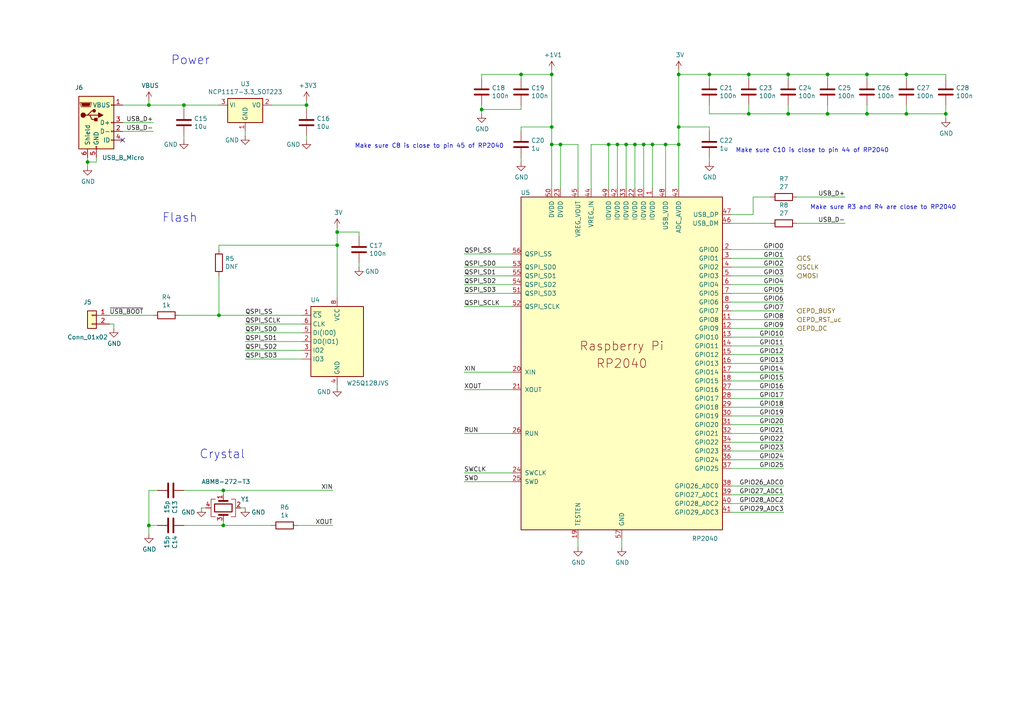
<source format=kicad_sch>
(kicad_sch (version 20231120) (generator "eeschema") (generator_version "8.0")
  (paper "A4")
  (lib_symbols
    (symbol "Connector:USB_B_Micro" (pin_names (offset 1.016))
      (property "Reference" "J" (at -5.08 11.43 0))
      (property "Value" "USB_B_Micro" (at -5.08 8.89 0))
      (symbol "USB_B_Micro_0_1"
        (rectangle (start -5.08 -7.62) (end 5.08 7.62) (stroke (width 0.254)) (fill (type background)))
        (circle (center -3.81 2.159) (radius 0.635) (stroke (width 0.254)) (fill (type outline)))
        (circle (center -0.635 3.429) (radius 0.381) (stroke (width 0.254)) (fill (type outline)))
        (rectangle (start -0.127 -7.62) (end 0.127 -6.858))
        (polyline (pts (xy -1.905 2.159) (xy 0.635 2.159)) (stroke (width 0.254)))
        (polyline (pts (xy -3.175 2.159) (xy -2.54 2.159) (xy -1.27 3.429) (xy -0.635 3.429)) (stroke (width 0.254)))
        (polyline (pts (xy -2.54 2.159) (xy -1.905 2.159) (xy -1.27 0.889) (xy 0 0.889)) (stroke (width 0.254)))
        (polyline (pts (xy 0.635 2.794) (xy 0.635 1.524) (xy 1.905 2.159) (xy 0.635 2.794)) (stroke (width 0.254)) (fill (type outline)))
        (polyline (pts (xy -4.318 5.588) (xy -1.778 5.588) (xy -2.032 4.826) (xy -4.064 4.826) (xy -4.318 5.588)) (fill (type outline)))
        (polyline (pts (xy -4.699 5.842) (xy -4.699 5.588) (xy -4.445 4.826) (xy -4.445 4.572) (xy -1.651 4.572) (xy -1.651 4.826) (xy -1.397 5.588) (xy -1.397 5.842) (xy -4.699 5.842)))
        (rectangle (start 0.254 1.27) (end -0.508 0.508) (stroke (width 0.254)) (fill (type outline)))
        (rectangle (start 5.08 -5.207) (end 4.318 -4.953))
        (rectangle (start 5.08 -2.667) (end 4.318 -2.413))
        (rectangle (start 5.08 -0.127) (end 4.318 0.127))
        (rectangle (start 5.08 4.953) (end 4.318 5.207))
      )
      (symbol "USB_B_Micro_1_1"
        (pin power_out line (at 7.62 5.08 180) (length 2.54) (name "VBUS") (number "1"))
        (pin bidirectional line (at 7.62 -2.54 180) (length 2.54) (name "D-") (number "2"))
        (pin bidirectional line (at 7.62 0 180) (length 2.54) (name "D+") (number "3"))
        (pin passive line (at 7.62 -5.08 180) (length 2.54) (name "ID") (number "4"))
        (pin power_out line (at 0 -10.16 90) (length 2.54) (name "GND") (number "5"))
        (pin passive line (at -2.54 -10.16 90) (length 2.54) (name "Shield") (number "6"))
      )
    )
    (symbol "Connector_Generic:Conn_01x02" (pin_names (offset 1.016) hide)
      (property "Reference" "J" (at 0 2.54 0))
      (property "Value" "Conn_01x02" (at 0 -5.08 0))
      (symbol "Conn_01x02_1_1"
        (rectangle (start -1.27 -2.413) (end 0 -2.667) (stroke (width 0.1524)))
        (rectangle (start -1.27 0.127) (end 0 -0.127) (stroke (width 0.1524)))
        (rectangle (start -1.27 1.27) (end 1.27 -3.81) (stroke (width 0.254)) (fill (type background)))
        (pin passive line (at -5.08 0 0) (length 3.81) (name "Pin_1") (number "1"))
        (pin passive line (at -5.08 -2.54 0) (length 3.81) (name "Pin_2") (number "2"))
      )
    )
    (symbol "Device:C" (pin_numbers hide) (pin_names (offset 0.254))
      (property "Reference" "C" (at 0.635 2.54 0))
      (property "Value" "C" (at 0.635 -2.54 0))
      (symbol "C_0_1"
        (polyline (pts (xy -2.032 -0.762) (xy 2.032 -0.762)) (stroke (width 0.508)))
        (polyline (pts (xy -2.032 0.762) (xy 2.032 0.762)) (stroke (width 0.508)))
      )
      (symbol "C_1_1"
        (pin passive line (at 0 3.81 270) (length 2.794) (name "~") (number "1"))
        (pin passive line (at 0 -3.81 90) (length 2.794) (name "~") (number "2"))
      )
    )
    (symbol "Device:Crystal_GND24" (pin_names (offset 1.016) hide)
      (property "Reference" "Y" (at 3.175 5.08 0))
      (property "Value" "Crystal_GND24" (at 3.175 3.175 0))
      (symbol "Crystal_GND24_0_1"
        (rectangle (start -1.143 2.54) (end 1.143 -2.54) (stroke (width 0.3048)))
        (polyline (pts (xy -2.54 0) (xy -2.032 0)))
        (polyline (pts (xy -2.032 -1.27) (xy -2.032 1.27)) (stroke (width 0.508)))
        (polyline (pts (xy 0 -3.81) (xy 0 -3.556)))
        (polyline (pts (xy 0 3.556) (xy 0 3.81)))
        (polyline (pts (xy 2.032 -1.27) (xy 2.032 1.27)) (stroke (width 0.508)))
        (polyline (pts (xy 2.032 0) (xy 2.54 0)))
        (polyline (pts (xy -2.54 -2.286) (xy -2.54 -3.556) (xy 2.54 -3.556) (xy 2.54 -2.286)))
        (polyline (pts (xy -2.54 2.286) (xy -2.54 3.556) (xy 2.54 3.556) (xy 2.54 2.286)))
      )
      (symbol "Crystal_GND24_1_1"
        (pin passive line (at -3.81 0 0) (length 1.27) (name "1") (number "1"))
        (pin passive line (at 0 5.08 270) (length 1.27) (name "2") (number "2"))
        (pin passive line (at 3.81 0 180) (length 1.27) (name "3") (number "3"))
        (pin passive line (at 0 -5.08 90) (length 1.27) (name "4") (number "4"))
      )
    )
    (symbol "Device:R" (pin_numbers hide) (pin_names (offset 0))
      (property "Reference" "R" (at 2.032 0 90))
      (property "Value" "R" (at 0 0 90))
      (symbol "R_0_1"
        (rectangle (start -1.016 -2.54) (end 1.016 2.54) (stroke (width 0.254)))
      )
      (symbol "R_1_1"
        (pin passive line (at 0 3.81 270) (length 1.27) (name "~") (number "1"))
        (pin passive line (at 0 -3.81 90) (length 1.27) (name "~") (number "2"))
      )
    )
    (symbol "MCU_RaspberryPi_RP2040:RP2040" (pin_names (offset 1.016))
      (property "Reference" "U" (at -29.21 49.53 0))
      (property "Value" "RP2040" (at 24.13 -49.53 0))
      (symbol "RP2040_0_0"
        (text "Raspberry Pi" (at 0 5.08 0) (effects (font (size 2.54 2.54))))
        (text "RP2040" (at 0 0 0) (effects (font (size 2.54 2.54))))
      )
      (symbol "RP2040_0_1"
        (rectangle (start 29.21 48.26) (end -29.21 -48.26) (stroke (width 0.254)) (fill (type background)))
      )
      (symbol "RP2040_1_1"
        (pin power_in line (at 8.89 50.8 270) (length 2.54) (name "IOVDD") (number "1"))
        (pin power_in line (at 6.35 50.8 270) (length 2.54) (name "IOVDD") (number "10"))
        (pin bidirectional line (at 31.75 12.7 180) (length 2.54) (name "GPIO8") (number "11"))
        (pin bidirectional line (at 31.75 10.16 180) (length 2.54) (name "GPIO9") (number "12"))
        (pin bidirectional line (at 31.75 7.62 180) (length 2.54) (name "GPIO10") (number "13"))
        (pin bidirectional line (at 31.75 5.08 180) (length 2.54) (name "GPIO11") (number "14"))
        (pin bidirectional line (at 31.75 2.54 180) (length 2.54) (name "GPIO12") (number "15"))
        (pin bidirectional line (at 31.75 0 180) (length 2.54) (name "GPIO13") (number "16"))
        (pin bidirectional line (at 31.75 -2.54 180) (length 2.54) (name "GPIO14") (number "17"))
        (pin bidirectional line (at 31.75 -5.08 180) (length 2.54) (name "GPIO15") (number "18"))
        (pin passive line (at -12.7 -50.8 90) (length 2.54) (name "TESTEN") (number "19"))
        (pin bidirectional line (at 31.75 33.02 180) (length 2.54) (name "GPIO0") (number "2"))
        (pin input line (at -31.75 -2.54 0) (length 2.54) (name "XIN") (number "20"))
        (pin passive line (at -31.75 -7.62 0) (length 2.54) (name "XOUT") (number "21"))
        (pin power_in line (at 3.81 50.8 270) (length 2.54) (name "IOVDD") (number "22"))
        (pin power_in line (at -17.78 50.8 270) (length 2.54) (name "DVDD") (number "23"))
        (pin output line (at -31.75 -31.75 0) (length 2.54) (name "SWCLK") (number "24"))
        (pin bidirectional line (at -31.75 -34.29 0) (length 2.54) (name "SWD") (number "25"))
        (pin input line (at -31.75 -20.32 0) (length 2.54) (name "RUN") (number "26"))
        (pin bidirectional line (at 31.75 -7.62 180) (length 2.54) (name "GPIO16") (number "27"))
        (pin bidirectional line (at 31.75 -10.16 180) (length 2.54) (name "GPIO17") (number "28"))
        (pin bidirectional line (at 31.75 -12.7 180) (length 2.54) (name "GPIO18") (number "29"))
        (pin bidirectional line (at 31.75 30.48 180) (length 2.54) (name "GPIO1") (number "3"))
        (pin bidirectional line (at 31.75 -15.24 180) (length 2.54) (name "GPIO19") (number "30"))
        (pin bidirectional line (at 31.75 -17.78 180) (length 2.54) (name "GPIO20") (number "31"))
        (pin bidirectional line (at 31.75 -20.32 180) (length 2.54) (name "GPIO21") (number "32"))
        (pin power_in line (at 1.27 50.8 270) (length 2.54) (name "IOVDD") (number "33"))
        (pin bidirectional line (at 31.75 -22.86 180) (length 2.54) (name "GPIO22") (number "34"))
        (pin bidirectional line (at 31.75 -25.4 180) (length 2.54) (name "GPIO23") (number "35"))
        (pin bidirectional line (at 31.75 -27.94 180) (length 2.54) (name "GPIO24") (number "36"))
        (pin bidirectional line (at 31.75 -30.48 180) (length 2.54) (name "GPIO25") (number "37"))
        (pin bidirectional line (at 31.75 -35.56 180) (length 2.54) (name "GPIO26_ADC0") (number "38"))
        (pin bidirectional line (at 31.75 -38.1 180) (length 2.54) (name "GPIO27_ADC1") (number "39"))
        (pin bidirectional line (at 31.75 27.94 180) (length 2.54) (name "GPIO2") (number "4"))
        (pin bidirectional line (at 31.75 -40.64 180) (length 2.54) (name "GPIO28_ADC2") (number "40"))
        (pin bidirectional line (at 31.75 -43.18 180) (length 2.54) (name "GPIO29_ADC3") (number "41"))
        (pin power_in line (at -1.27 50.8 270) (length 2.54) (name "IOVDD") (number "42"))
        (pin power_in line (at 16.51 50.8 270) (length 2.54) (name "ADC_AVDD") (number "43"))
        (pin power_in line (at -8.89 50.8 270) (length 2.54) (name "VREG_IN") (number "44"))
        (pin power_out line (at -12.7 50.8 270) (length 2.54) (name "VREG_VOUT") (number "45"))
        (pin bidirectional line (at 31.75 40.64 180) (length 2.54) (name "USB_DM") (number "46"))
        (pin bidirectional line (at 31.75 43.18 180) (length 2.54) (name "USB_DP") (number "47"))
        (pin power_in line (at 12.7 50.8 270) (length 2.54) (name "USB_VDD") (number "48"))
        (pin power_in line (at -3.81 50.8 270) (length 2.54) (name "IOVDD") (number "49"))
        (pin bidirectional line (at 31.75 25.4 180) (length 2.54) (name "GPIO3") (number "5"))
        (pin power_in line (at -20.32 50.8 270) (length 2.54) (name "DVDD") (number "50"))
        (pin bidirectional line (at -31.75 20.32 0) (length 2.54) (name "QSPI_SD3") (number "51"))
        (pin output line (at -31.75 16.51 0) (length 2.54) (name "QSPI_SCLK") (number "52"))
        (pin bidirectional line (at -31.75 27.94 0) (length 2.54) (name "QSPI_SD0") (number "53"))
        (pin bidirectional line (at -31.75 22.86 0) (length 2.54) (name "QSPI_SD2") (number "54"))
        (pin bidirectional line (at -31.75 25.4 0) (length 2.54) (name "QSPI_SD1") (number "55"))
        (pin bidirectional line (at -31.75 31.75 0) (length 2.54) (name "QSPI_SS") (number "56"))
        (pin power_in line (at 0 -50.8 90) (length 2.54) (name "GND") (number "57"))
        (pin bidirectional line (at 31.75 22.86 180) (length 2.54) (name "GPIO4") (number "6"))
        (pin bidirectional line (at 31.75 20.32 180) (length 2.54) (name "GPIO5") (number "7"))
        (pin bidirectional line (at 31.75 17.78 180) (length 2.54) (name "GPIO6") (number "8"))
        (pin bidirectional line (at 31.75 15.24 180) (length 2.54) (name "GPIO7") (number "9"))
      )
    )
    (symbol "Memory_Flash:W25Q128JVS"
      (property "Reference" "U" (at -8.89 8.89 0))
      (property "Value" "W25Q128JVS" (at 7.62 8.89 0))
      (symbol "W25Q128JVS_0_1"
        (rectangle (start -7.62 10.16) (end 7.62 -10.16) (stroke (width 0.254)) (fill (type background)))
      )
      (symbol "W25Q128JVS_1_1"
        (pin input line (at -10.16 7.62 0) (length 2.54) (name "~{CS}") (number "1"))
        (pin bidirectional line (at -10.16 0 0) (length 2.54) (name "DO(IO1)") (number "2"))
        (pin bidirectional line (at -10.16 -2.54 0) (length 2.54) (name "IO2") (number "3"))
        (pin power_in line (at 0 -12.7 90) (length 2.54) (name "GND") (number "4"))
        (pin bidirectional line (at -10.16 2.54 0) (length 2.54) (name "DI(IO0)") (number "5"))
        (pin input line (at -10.16 5.08 0) (length 2.54) (name "CLK") (number "6"))
        (pin bidirectional line (at -10.16 -5.08 0) (length 2.54) (name "IO3") (number "7"))
        (pin power_in line (at 0 12.7 270) (length 2.54) (name "VCC") (number "8"))
      )
    )
    (symbol "Regulator_Linear:NCP1117-3.3_SOT223"
      (property "Reference" "U" (at -3.81 3.175 0))
      (property "Value" "NCP1117-3.3_SOT223" (at 0 3.175 0))
      (symbol "NCP1117-3.3_SOT223_0_1"
        (rectangle (start -5.08 -5.08) (end 5.08 1.905) (stroke (width 0.254)) (fill (type background)))
      )
      (symbol "NCP1117-3.3_SOT223_1_1"
        (pin power_in line (at 0 -7.62 90) (length 2.54) (name "GND") (number "1"))
        (pin power_out line (at 7.62 0 180) (length 2.54) (name "VO") (number "2"))
        (pin power_in line (at -7.62 0 0) (length 2.54) (name "VI") (number "3"))
      )
    )
    (symbol "power:+1V1" (power) (pin_names (offset 0))
      (property "Value" "+1V1" (at 0 3.556 0))
      (symbol "+1V1_0_1"
        (polyline (pts (xy -0.762 1.27) (xy 0 2.54)))
        (polyline (pts (xy 0 0) (xy 0 2.54)))
        (polyline (pts (xy 0 2.54) (xy 0.762 1.27)))
      )
      (symbol "+1V1_1_1"
        (pin power_in line (at 0 0 90) (length 0) hide (name "+1V1") (number "1"))
      )
    )
    (symbol "power:+3V3" (power) (pin_names (offset 0))
      (property "Value" "+3V3" (at 0 3.556 0))
      (symbol "+3V3_0_1"
        (polyline (pts (xy -0.762 1.27) (xy 0 2.54)))
        (polyline (pts (xy 0 0) (xy 0 2.54)))
        (polyline (pts (xy 0 2.54) (xy 0.762 1.27)))
      )
      (symbol "+3V3_1_1"
        (pin power_in line (at 0 0 90) (length 0) hide (name "+3V3") (number "1"))
      )
    )
    (symbol "power:GND" (power) (pin_names (offset 0))
      (property "Value" "GND" (at 0 -3.81 0))
      (symbol "GND_0_1"
        (polyline (pts (xy 0 0) (xy 0 -1.27) (xy 1.27 -1.27) (xy 0 -2.54) (xy -1.27 -1.27) (xy 0 -1.27)))
      )
      (symbol "GND_1_1"
        (pin power_in line (at 0 0 270) (length 0) hide (name "GND") (number "1"))
      )
    )
    (symbol "power:VBUS" (power) (pin_names (offset 0))
      (property "Value" "VBUS" (at 0 3.81 0))
      (symbol "VBUS_0_1"
        (polyline (pts (xy -0.762 1.27) (xy 0 2.54)))
        (polyline (pts (xy 0 0) (xy 0 2.54)))
        (polyline (pts (xy 0 2.54) (xy 0.762 1.27)))
      )
      (symbol "VBUS_1_1"
        (pin power_in line (at 0 0 90) (length 0) hide (name "VBUS") (number "1"))
      )
    )
  )
  (junction (at 184.15 41.91))
  (junction (at 193.04 41.91))
  (junction (at 181.61 41.91))
  (junction (at 179.07 41.91))
  (junction (at 189.23 41.91))
  (junction (at 43.18 152.4))
  (junction (at 160.02 36.83))
  (junction (at 88.9 30.48))
  (junction (at 97.79 67.31))
  (junction (at 162.56 41.91))
  (junction (at 160.02 21.59))
  (junction (at 196.85 36.83))
  (junction (at 196.85 41.91))
  (junction (at 205.74 21.59))
  (junction (at 64.77 152.4))
  (junction (at 97.79 71.12))
  (junction (at 228.6 21.59))
  (junction (at 274.32 33.02))
  (junction (at 176.53 41.91))
  (junction (at 217.17 33.02))
  (junction (at 139.7 31.75))
  (junction (at 63.5 91.44))
  (junction (at 43.18 30.48))
  (junction (at 228.6 33.02))
  (junction (at 262.89 21.59))
  (junction (at 160.02 41.91))
  (junction (at 240.03 21.59))
  (junction (at 262.89 33.02))
  (junction (at 64.77 142.24))
  (junction (at 186.69 41.91))
  (junction (at 196.85 21.59))
  (junction (at 53.34 30.48))
  (junction (at 240.03 33.02))
  (junction (at 151.13 21.59))
  (junction (at 251.46 33.02))
  (junction (at 251.46 21.59))
  (junction (at 25.4 46.99))
  (junction (at 217.17 21.59))
  (no_connect (at 35.56 40.64))
  (wire (pts (xy 274.32 30.48) (xy 274.32 33.02)))
  (wire (pts (xy 212.09 105.41) (xy 227.33 105.41)))
  (wire (pts (xy 44.45 91.44) (xy 31.75 91.44)))
  (wire (pts (xy 205.74 38.1) (xy 205.74 36.83)))
  (wire (pts (xy 78.74 30.48) (xy 88.9 30.48)))
  (wire (pts (xy 151.13 22.86) (xy 151.13 21.59)))
  (wire (pts (xy 148.59 73.66) (xy 134.62 73.66)))
  (wire (pts (xy 186.69 41.91) (xy 189.23 41.91)))
  (wire (pts (xy 212.09 123.19) (xy 227.33 123.19)))
  (wire (pts (xy 134.62 80.01) (xy 148.59 80.01)))
  (wire (pts (xy 212.09 133.35) (xy 227.33 133.35)))
  (wire (pts (xy 139.7 30.48) (xy 139.7 31.75)))
  (wire (pts (xy 228.6 22.86) (xy 228.6 21.59)))
  (wire (pts (xy 205.74 21.59) (xy 217.17 21.59)))
  (wire (pts (xy 196.85 36.83) (xy 196.85 41.91)))
  (wire (pts (xy 63.5 80.01) (xy 63.5 91.44)))
  (wire (pts (xy 43.18 142.24) (xy 43.18 152.4)))
  (wire (pts (xy 212.09 77.47) (xy 227.33 77.47)))
  (wire (pts (xy 88.9 31.75) (xy 88.9 30.48)))
  (wire (pts (xy 97.79 71.12) (xy 97.79 86.36)))
  (wire (pts (xy 151.13 36.83) (xy 160.02 36.83)))
  (wire (pts (xy 212.09 146.05) (xy 227.33 146.05)))
  (wire (pts (xy 205.74 30.48) (xy 205.74 33.02)))
  (wire (pts (xy 27.94 45.72) (xy 27.94 46.99)))
  (wire (pts (xy 212.09 115.57) (xy 227.33 115.57)))
  (wire (pts (xy 63.5 91.44) (xy 87.63 91.44)))
  (wire (pts (xy 148.59 137.16) (xy 134.62 137.16)))
  (wire (pts (xy 212.09 100.33) (xy 227.33 100.33)))
  (wire (pts (xy 151.13 21.59) (xy 160.02 21.59)))
  (wire (pts (xy 186.69 54.61) (xy 186.69 41.91)))
  (wire (pts (xy 71.12 93.98) (xy 87.63 93.98)))
  (wire (pts (xy 184.15 41.91) (xy 186.69 41.91)))
  (wire (pts (xy 63.5 72.39) (xy 63.5 71.12)))
  (wire (pts (xy 262.89 33.02) (xy 251.46 33.02)))
  (wire (pts (xy 212.09 107.95) (xy 227.33 107.95)))
  (wire (pts (xy 179.07 54.61) (xy 179.07 41.91)))
  (wire (pts (xy 53.34 31.75) (xy 53.34 30.48)))
  (wire (pts (xy 212.09 113.03) (xy 227.33 113.03)))
  (wire (pts (xy 88.9 39.37) (xy 88.9 40.64)))
  (wire (pts (xy 35.56 35.56) (xy 44.45 35.56)))
  (wire (pts (xy 212.09 80.01) (xy 227.33 80.01)))
  (wire (pts (xy 97.79 66.04) (xy 97.79 67.31)))
  (wire (pts (xy 205.74 45.72) (xy 205.74 46.99)))
  (wire (pts (xy 63.5 71.12) (xy 97.79 71.12)))
  (wire (pts (xy 212.09 64.77) (xy 223.52 64.77)))
  (wire (pts (xy 212.09 120.65) (xy 227.33 120.65)))
  (wire (pts (xy 104.14 76.2) (xy 104.14 77.47)))
  (wire (pts (xy 212.09 92.71) (xy 227.33 92.71)))
  (wire (pts (xy 212.09 135.89) (xy 227.33 135.89)))
  (wire (pts (xy 64.77 151.13) (xy 64.77 152.4)))
  (wire (pts (xy 25.4 46.99) (xy 25.4 48.26)))
  (wire (pts (xy 218.44 57.15) (xy 218.44 62.23)))
  (wire (pts (xy 212.09 95.25) (xy 227.33 95.25)))
  (wire (pts (xy 251.46 30.48) (xy 251.46 33.02)))
  (wire (pts (xy 45.72 152.4) (xy 43.18 152.4)))
  (wire (pts (xy 196.85 21.59) (xy 205.74 21.59)))
  (wire (pts (xy 87.63 99.06) (xy 71.12 99.06)))
  (wire (pts (xy 64.77 143.51) (xy 64.77 142.24)))
  (wire (pts (xy 162.56 41.91) (xy 160.02 41.91)))
  (wire (pts (xy 217.17 21.59) (xy 228.6 21.59)))
  (wire (pts (xy 45.72 142.24) (xy 43.18 142.24)))
  (wire (pts (xy 171.45 54.61) (xy 171.45 41.91)))
  (wire (pts (xy 205.74 22.86) (xy 205.74 21.59)))
  (wire (pts (xy 218.44 57.15) (xy 223.52 57.15)))
  (wire (pts (xy 69.85 147.32) (xy 71.12 147.32)))
  (wire (pts (xy 88.9 30.48) (xy 88.9 29.21)))
  (wire (pts (xy 43.18 30.48) (xy 53.34 30.48)))
  (wire (pts (xy 231.14 64.77) (xy 245.11 64.77)))
  (wire (pts (xy 212.09 82.55) (xy 227.33 82.55)))
  (wire (pts (xy 64.77 152.4) (xy 78.74 152.4)))
  (wire (pts (xy 63.5 30.48) (xy 53.34 30.48)))
  (wire (pts (xy 262.89 21.59) (xy 274.32 21.59)))
  (wire (pts (xy 104.14 68.58) (xy 104.14 67.31)))
  (wire (pts (xy 212.09 128.27) (xy 227.33 128.27)))
  (wire (pts (xy 212.09 72.39) (xy 227.33 72.39)))
  (wire (pts (xy 27.94 46.99) (xy 25.4 46.99)))
  (wire (pts (xy 231.14 57.15) (xy 245.11 57.15)))
  (wire (pts (xy 212.09 140.97) (xy 227.33 140.97)))
  (wire (pts (xy 176.53 41.91) (xy 179.07 41.91)))
  (wire (pts (xy 160.02 21.59) (xy 160.02 36.83)))
  (wire (pts (xy 196.85 21.59) (xy 196.85 36.83)))
  (wire (pts (xy 228.6 33.02) (xy 217.17 33.02)))
  (wire (pts (xy 217.17 33.02) (xy 205.74 33.02)))
  (wire (pts (xy 139.7 31.75) (xy 139.7 33.02)))
  (wire (pts (xy 148.59 113.03) (xy 134.62 113.03)))
  (wire (pts (xy 212.09 97.79) (xy 227.33 97.79)))
  (wire (pts (xy 53.34 142.24) (xy 64.77 142.24)))
  (wire (pts (xy 212.09 110.49) (xy 227.33 110.49)))
  (wire (pts (xy 86.36 152.4) (xy 96.52 152.4)))
  (wire (pts (xy 240.03 33.02) (xy 228.6 33.02)))
  (wire (pts (xy 160.02 36.83) (xy 160.02 41.91)))
  (wire (pts (xy 43.18 152.4) (xy 43.18 154.94)))
  (wire (pts (xy 212.09 90.17) (xy 227.33 90.17)))
  (wire (pts (xy 181.61 54.61) (xy 181.61 41.91)))
  (wire (pts (xy 134.62 82.55) (xy 148.59 82.55)))
  (wire (pts (xy 212.09 148.59) (xy 227.33 148.59)))
  (wire (pts (xy 180.34 156.21) (xy 180.34 158.75)))
  (wire (pts (xy 139.7 22.86) (xy 139.7 21.59)))
  (wire (pts (xy 274.32 33.02) (xy 274.32 34.29)))
  (wire (pts (xy 212.09 102.87) (xy 227.33 102.87)))
  (wire (pts (xy 151.13 38.1) (xy 151.13 36.83)))
  (wire (pts (xy 148.59 88.9) (xy 134.62 88.9)))
  (wire (pts (xy 148.59 139.7) (xy 134.62 139.7)))
  (wire (pts (xy 212.09 85.09) (xy 227.33 85.09)))
  (wire (pts (xy 139.7 31.75) (xy 151.13 31.75)))
  (wire (pts (xy 134.62 77.47) (xy 148.59 77.47)))
  (wire (pts (xy 212.09 74.93) (xy 227.33 74.93)))
  (wire (pts (xy 87.63 101.6) (xy 71.12 101.6)))
  (wire (pts (xy 240.03 30.48) (xy 240.03 33.02)))
  (wire (pts (xy 134.62 107.95) (xy 148.59 107.95)))
  (wire (pts (xy 151.13 45.72) (xy 151.13 46.99)))
  (wire (pts (xy 53.34 152.4) (xy 64.77 152.4)))
  (wire (pts (xy 148.59 125.73) (xy 134.62 125.73)))
  (wire (pts (xy 196.85 36.83) (xy 205.74 36.83)))
  (wire (pts (xy 196.85 41.91) (xy 196.85 54.61)))
  (wire (pts (xy 71.12 38.1) (xy 71.12 39.37)))
  (wire (pts (xy 212.09 143.51) (xy 227.33 143.51)))
  (wire (pts (xy 33.02 93.98) (xy 33.02 95.25)))
  (wire (pts (xy 160.02 20.32) (xy 160.02 21.59)))
  (wire (pts (xy 217.17 22.86) (xy 217.17 21.59)))
  (wire (pts (xy 251.46 21.59) (xy 262.89 21.59)))
  (wire (pts (xy 35.56 30.48) (xy 43.18 30.48)))
  (wire (pts (xy 212.09 87.63) (xy 227.33 87.63)))
  (wire (pts (xy 212.09 125.73) (xy 227.33 125.73)))
  (wire (pts (xy 43.18 29.21) (xy 43.18 30.48)))
  (wire (pts (xy 64.77 142.24) (xy 96.52 142.24)))
  (wire (pts (xy 274.32 22.86) (xy 274.32 21.59)))
  (wire (pts (xy 228.6 21.59) (xy 240.03 21.59)))
  (wire (pts (xy 181.61 41.91) (xy 184.15 41.91)))
  (wire (pts (xy 193.04 41.91) (xy 196.85 41.91)))
  (wire (pts (xy 251.46 22.86) (xy 251.46 21.59)))
  (wire (pts (xy 189.23 41.91) (xy 193.04 41.91)))
  (wire (pts (xy 52.07 91.44) (xy 63.5 91.44)))
  (wire (pts (xy 212.09 130.81) (xy 227.33 130.81)))
  (wire (pts (xy 171.45 41.91) (xy 176.53 41.91)))
  (wire (pts (xy 97.79 112.395) (xy 97.79 111.76)))
  (wire (pts (xy 25.4 45.72) (xy 25.4 46.99)))
  (wire (pts (xy 240.03 22.86) (xy 240.03 21.59)))
  (wire (pts (xy 262.89 22.86) (xy 262.89 21.59)))
  (wire (pts (xy 87.63 96.52) (xy 71.12 96.52)))
  (wire (pts (xy 151.13 31.75) (xy 151.13 30.48)))
  (wire (pts (xy 179.07 41.91) (xy 181.61 41.91)))
  (wire (pts (xy 212.09 118.11) (xy 227.33 118.11)))
  (wire (pts (xy 228.6 30.48) (xy 228.6 33.02)))
  (wire (pts (xy 35.56 38.1) (xy 44.45 38.1)))
  (wire (pts (xy 139.7 21.59) (xy 151.13 21.59)))
  (wire (pts (xy 97.79 67.31) (xy 97.79 71.12)))
  (wire (pts (xy 160.02 41.91) (xy 160.02 54.61)))
  (wire (pts (xy 134.62 85.09) (xy 148.59 85.09)))
  (wire (pts (xy 167.64 54.61) (xy 167.64 41.91)))
  (wire (pts (xy 58.42 147.32) (xy 59.69 147.32)))
  (wire (pts (xy 240.03 21.59) (xy 251.46 21.59)))
  (wire (pts (xy 87.63 104.14) (xy 71.12 104.14)))
  (wire (pts (xy 162.56 54.61) (xy 162.56 41.91)))
  (wire (pts (xy 217.17 30.48) (xy 217.17 33.02)))
  (wire (pts (xy 176.53 54.61) (xy 176.53 41.91)))
  (wire (pts (xy 167.64 156.21) (xy 167.64 158.75)))
  (wire (pts (xy 53.34 39.37) (xy 53.34 40.64)))
  (wire (pts (xy 262.89 33.02) (xy 274.32 33.02)))
  (wire (pts (xy 212.09 62.23) (xy 218.44 62.23)))
  (wire (pts (xy 251.46 33.02) (xy 240.03 33.02)))
  (wire (pts (xy 104.14 67.31) (xy 97.79 67.31)))
  (wire (pts (xy 196.85 20.32) (xy 196.85 21.59)))
  (wire (pts (xy 31.75 93.98) (xy 33.02 93.98)))
  (wire (pts (xy 262.89 30.48) (xy 262.89 33.02)))
  (wire (pts (xy 193.04 54.61) (xy 193.04 41.91)))
  (wire (pts (xy 184.15 54.61) (xy 184.15 41.91)))
  (wire (pts (xy 189.23 41.91) (xy 189.23 54.61)))
  (wire (pts (xy 167.64 41.91) (xy 162.56 41.91)))
  (text "Make sure R3 and R4 are close to RP2040" (at 234.95 60.96 0) (effects (font (size 1.27 1.27)) (justify left bottom)))
  (text "Power" (at 49.53 19.05 0) (effects (font (size 2.54 2.54)) (justify left bottom)))
  (text "Crystal" (at 57.785 133.35 0) (effects (font (size 2.54 2.54)) (justify left bottom)))
  (text "Make sure C10 is close to pin 44 of RP2040" (at 213.36 44.45 0) (effects (font (size 1.27 1.27)) (justify left bottom)))
  (text "Flash" (at 46.99 64.77 0) (effects (font (size 2.54 2.54)) (justify left bottom)))
  (text "Make sure C8 is close to pin 45 of RP2040" (at 102.87 43.18 0) (effects (font (size 1.27 1.27)) (justify left bottom)))
  (label "USB_D+" (at 245.11 57.15 180))
  (label "GPIO2" (at 227.33 77.47 180))
  (label "GPIO13" (at 227.33 105.41 180))
  (label "GPIO20" (at 227.33 123.19 180))
  (label "QSPI_SD3" (at 71.12 104.14 0))
  (label "GPIO5" (at 227.33 85.09 180))
  (label "GPIO0" (at 227.33 72.39 180))
  (label "USB_D-" (at 245.11 64.77 180))
  (label "QSPI_SS" (at 71.12 91.44 0))
  (label "SWD" (at 134.62 139.7 0))
  (label "QSPI_SD3" (at 134.62 85.09 0))
  (label "~{USB_BOOT}" (at 31.75 91.44 0))
  (label "GPIO6" (at 227.33 87.63 180))
  (label "GPIO1" (at 227.33 74.93 180))
  (label "GPIO23" (at 227.33 130.81 180))
  (label "GPIO4" (at 227.33 82.55 180))
  (label "SWCLK" (at 134.62 137.16 0))
  (label "XIN" (at 96.52 142.24 180))
  (label "GPIO21" (at 227.33 125.73 180))
  (label "XIN" (at 134.62 107.95 0))
  (label "RUN" (at 134.62 125.73 0))
  (label "GPIO26_ADC0" (at 227.33 140.97 180))
  (label "GPIO24" (at 227.33 133.35 180))
  (label "GPIO7" (at 227.33 90.17 180))
  (label "QSPI_SD2" (at 134.62 82.55 0))
  (label "QSPI_SD2" (at 71.12 101.6 0))
  (label "XOUT" (at 96.52 152.4 180))
  (label "XOUT" (at 134.62 113.03 0))
  (label "GPIO18" (at 227.33 118.11 180))
  (label "GPIO29_ADC3" (at 227.33 148.59 180))
  (label "GPIO14" (at 227.33 107.95 180))
  (label "GPIO8" (at 227.33 92.71 180))
  (label "GPIO17" (at 227.33 115.57 180))
  (label "GPIO25" (at 227.33 135.89 180))
  (label "GPIO16" (at 227.33 113.03 180))
  (label "QSPI_SD1" (at 134.62 80.01 0))
  (label "GPIO3" (at 227.33 80.01 180))
  (label "GPIO27_ADC1" (at 227.33 143.51 180))
  (label "GPIO15" (at 227.33 110.49 180))
  (label "GPIO28_ADC2" (at 227.33 146.05 180))
  (label "GPIO10" (at 227.33 97.79 180))
  (label "QSPI_SD1" (at 71.12 99.06 0))
  (label "QSPI_SD0" (at 134.62 77.47 0))
  (label "GPIO19" (at 227.33 120.65 180))
  (label "QSPI_SCLK" (at 71.12 93.98 0))
  (label "GPIO11" (at 227.33 100.33 180))
  (label "QSPI_SD0" (at 71.12 96.52 0))
  (label "GPIO22" (at 227.33 128.27 180))
  (label "GPIO9" (at 227.33 95.25 180))
  (label "QSPI_SS" (at 134.62 73.66 0))
  (label "USB_D-" (at 44.45 38.1 180))
  (label "QSPI_SCLK" (at 134.62 88.9 0))
  (label "USB_D+" (at 44.45 35.56 180))
  (label "GPIO12" (at 227.33 102.87 180))
  (hierarchical_label "EPD_DC" (shape input) (at 231.14 95.25 0))
  (hierarchical_label "EPD_RST_uc" (shape input) (at 231.14 92.71 0))
  (hierarchical_label "EPD_BUSY" (shape input) (at 231.14 90.17 0))
  (hierarchical_label "CS" (shape input) (at 231.14 74.93 0))
  (hierarchical_label "SCLK" (shape input) (at 231.14 77.47 0))
  (hierarchical_label "MOSI" (shape input) (at 231.14 80.01 0))
  (symbol (lib_id "power:GND") (at 97.79 112.395 0) (unit 1)
    (property "Reference" "#PWR019" (effects (hide yes)))
    (property "Value" "GND" (at 93.98 113.665 0))
    (instances (project "KeyChain" (path "" (reference "#PWR019") (unit 1)) (path "" (reference "#PWR043") (unit 1))))
  )
  (symbol (lib_id "Device:C") (at 53.34 35.56 0) (unit 1)
    (property "Reference" "C15" (at 56.261 34.3916 0) (effects (justify left)))
    (property "Value" "10u" (at 56.261 36.703 0) (effects (justify left)))
    (property "Footprint" "Capacitor_SMD:C_0805_2012Metric" (effects (hide yes)))
    (instances (project "KeyChain" (path "" (reference "C15") (unit 1)) (path "" (reference "C31") (unit 1))))
  )
  (symbol (lib_id "Device:C") (at 262.89 26.67 0) (unit 1)
    (property "Reference" "C27" (at 265.811 25.5016 0) (effects (justify left)))
    (property "Value" "100n" (at 265.811 27.813 0) (effects (justify left)))
    (property "Footprint" "Capacitor_SMD:C_0402_1005Metric" (effects (hide yes)))
    (instances (project "KeyChain" (path "" (reference "C27") (unit 1)) (path "" (reference "C43") (unit 1))))
  )
  (symbol (lib_id "Device:C") (at 88.9 35.56 0) (unit 1)
    (property "Reference" "C16" (at 91.821 34.3916 0) (effects (justify left)))
    (property "Value" "10u" (at 91.821 36.703 0) (effects (justify left)))
    (property "Footprint" "Capacitor_SMD:C_0805_2012Metric" (effects (hide yes)))
    (instances (project "KeyChain" (path "" (reference "C16") (unit 1)) (path "" (reference "C32") (unit 1))))
  )
  (symbol (lib_id "power:GND") (at 25.4 48.26 0) (unit 1)
    (property "Reference" "#PWR08" (effects (hide yes)))
    (property "Value" "GND" (at 25.527 52.6542 0))
    (instances (project "KeyChain" (path "" (reference "#PWR08") (unit 1)) (path "" (reference "#PWR032") (unit 1))))
  )
  (symbol (lib_id "power:GND") (at 167.64 158.75 0) (unit 1)
    (property "Reference" "#PWR024" (effects (hide yes)))
    (property "Value" "GND" (at 167.767 163.1442 0))
    (instances (project "KeyChain" (path "" (reference "#PWR024") (unit 1)) (path "" (reference "#PWR048") (unit 1))))
  )
  (symbol (lib_id "power:GND") (at 58.42 147.32 0) (unit 1)
    (property "Reference" "#PWR013" (effects (hide yes)))
    (property "Value" "GND" (at 54.61 148.59 0))
    (instances (project "KeyChain" (path "" (reference "#PWR013") (unit 1)) (path "" (reference "#PWR037") (unit 1))))
  )
  (symbol (lib_id "power:GND") (at 151.13 46.99 0) (unit 1)
    (property "Reference" "#PWR022" (effects (hide yes)))
    (property "Value" "GND" (at 151.257 51.3842 0))
    (instances (project "KeyChain" (path "" (reference "#PWR022") (unit 1)) (path "" (reference "#PWR046") (unit 1))))
  )
  (symbol (lib_id "power:GND") (at 88.9 40.64 0) (unit 1)
    (property "Reference" "#PWR017" (effects (hide yes)))
    (property "Value" "GND" (at 85.09 41.91 0))
    (instances (project "KeyChain" (path "" (reference "#PWR017") (unit 1)) (path "" (reference "#PWR041") (unit 1))))
  )
  (symbol (lib_id "Device:R") (at 82.55 152.4 270) (unit 1)
    (property "Reference" "R6" (at 82.55 147.1422 90))
    (property "Value" "1k" (at 82.55 149.4536 90))
    (property "Footprint" "Resistor_SMD:R_0402_1005Metric" (effects (hide yes)))
    (instances (project "KeyChain" (path "" (reference "R6") (unit 1)) (path "" (reference "R13") (unit 1))))
  )
  (symbol (lib_id "Connector_Generic:Conn_01x02") (at 26.67 91.44 0) (mirror y) (unit 1)
    (property "Reference" "J5" (at 25.4 87.63 0))
    (property "Value" "Conn_01x02" (at 25.4 97.79 0))
    (property "Footprint" "Connector_PinHeader_2.54mm:PinHeader_1x02_P2.54mm_Vertical" (effects (hide yes)))
    (instances (project "KeyChain" (path "" (reference "J5") (unit 1)) (path "" (reference "J7") (unit 1))))
  )
  (symbol (lib_id "Device:C") (at 240.03 26.67 0) (unit 1)
    (property "Reference" "C25" (at 242.951 25.5016 0) (effects (justify left)))
    (property "Value" "100n" (at 242.951 27.813 0) (effects (justify left)))
    (property "Footprint" "Capacitor_SMD:C_0402_1005Metric" (effects (hide yes)))
    (instances (project "KeyChain" (path "" (reference "C25") (unit 1)) (path "" (reference "C41") (unit 1))))
  )
  (symbol (lib_id "Connector:USB_B_Micro") (at 27.94 35.56 0) (unit 1)
    (property "Reference" "J6" (at 24.13 25.4 0) (effects (justify right)))
    (property "Value" "USB_B_Micro" (at 41.91 45.72 0) (effects (justify right)))
    (property "Footprint" "RP2040_minimal:USB_Micro-B_Amphenol_10103594-0001LF_Horizontal_modified" (effects (hide yes)))
    (instances (project "KeyChain" (path "" (reference "J6") (unit 1)) (path "" (reference "J8") (unit 1))))
  )
  (symbol (lib_id "Device:C") (at 104.14 72.39 0) (unit 1)
    (property "Reference" "C17" (at 107.061 71.2216 0) (effects (justify left)))
    (property "Value" "100n" (at 107.061 73.533 0) (effects (justify left)))
    (property "Footprint" "Capacitor_SMD:C_0402_1005Metric" (effects (hide yes)))
    (instances (project "KeyChain" (path "" (reference "C17") (unit 1)) (path "" (reference "C33") (unit 1))))
  )
  (symbol (lib_id "Device:C") (at 251.46 26.67 0) (unit 1)
    (property "Reference" "C26" (at 254.381 25.5016 0) (effects (justify left)))
    (property "Value" "100n" (at 254.381 27.813 0) (effects (justify left)))
    (property "Footprint" "Capacitor_SMD:C_0402_1005Metric" (effects (hide yes)))
    (instances (project "KeyChain" (path "" (reference "C26") (unit 1)) (path "" (reference "C42") (unit 1))))
  )
  (symbol (lib_id "Device:C") (at 228.6 26.67 0) (unit 1)
    (property "Reference" "C24" (at 231.521 25.5016 0) (effects (justify left)))
    (property "Value" "100n" (at 231.521 27.813 0) (effects (justify left)))
    (property "Footprint" "Capacitor_SMD:C_0402_1005Metric" (effects (hide yes)))
    (instances (project "KeyChain" (path "" (reference "C24") (unit 1)) (path "" (reference "C40") (unit 1))))
  )
  (symbol (lib_id "Device:C") (at 151.13 26.67 0) (unit 1)
    (property "Reference" "C19" (at 154.051 25.5016 0) (effects (justify left)))
    (property "Value" "100n" (at 154.051 27.813 0) (effects (justify left)))
    (property "Footprint" "Capacitor_SMD:C_0402_1005Metric" (effects (hide yes)))
    (instances (project "KeyChain" (path "" (reference "C19") (unit 1)) (path "" (reference "C35") (unit 1))))
  )
  (symbol (lib_id "Device:C") (at 205.74 41.91 0) (unit 1)
    (property "Reference" "C22" (at 208.661 40.7416 0) (effects (justify left)))
    (property "Value" "1u" (at 208.661 43.053 0) (effects (justify left)))
    (property "Footprint" "Capacitor_SMD:C_0402_1005Metric" (effects (hide yes)))
    (instances (project "KeyChain" (path "" (reference "C22") (unit 1)) (path "" (reference "C38") (unit 1))))
  )
  (symbol (lib_id "Device:Crystal_GND24") (at 64.77 147.32 270) (unit 1)
    (property "Reference" "Y1" (at 69.85 144.78 90) (effects (justify left)))
    (property "Value" "ABM8-272-T3" (at 58.42 139.7 90) (effects (justify left)))
    (property "Footprint" "Crystal:Crystal_SMD_3225-4Pin_3.2x2.5mm" (effects (hide yes)))
    (instances (project "KeyChain" (path "" (reference "Y1") (unit 1)) (path "" (reference "Y2") (unit 1))))
  )
  (symbol (lib_id "MCU_RaspberryPi_RP2040:RP2040") (at 180.34 105.41 0) (unit 1)
    (property "Reference" "U5" (at 152.4 55.88 0))
    (property "Value" "RP2040" (at 204.47 156.21 0))
    (property "Footprint" "RP2040_minimal:RP2040-QFN-56" (effects (hide yes)))
    (instances (project "KeyChain" (path "" (reference "U5") (unit 1)) (path "" (reference "U8") (unit 1))))
  )
  (symbol (lib_id "power:GND") (at 43.18 154.94 0) (unit 1)
    (property "Reference" "#PWR010" (effects (hide yes)))
    (property "Value" "GND" (at 43.307 159.3342 0))
    (instances (project "KeyChain" (path "" (reference "#PWR010") (unit 1)) (path "" (reference "#PWR035") (unit 1))))
  )
  (symbol (lib_id "power:GND") (at 53.34 40.64 0) (unit 1)
    (property "Reference" "#PWR012" (effects (hide yes)))
    (property "Value" "GND" (at 49.53 41.91 0))
    (instances (project "KeyChain" (path "" (reference "#PWR012") (unit 1)) (path "" (reference "#PWR036") (unit 1))))
  )
  (symbol (lib_id "Device:R") (at 63.5 76.2 0) (unit 1)
    (property "Reference" "R5" (at 65.278 75.0316 0) (effects (justify left)))
    (property "Value" "DNF" (at 65.278 77.343 0) (effects (justify left)))
    (property "Footprint" "Resistor_SMD:R_0402_1005Metric" (effects (hide yes)))
    (instances (project "KeyChain" (path "" (reference "R5") (unit 1)) (path "" (reference "R12") (unit 1))))
  )
  (symbol (lib_id "power:VBUS") (at 43.18 29.21 0) (unit 1)
    (property "Reference" "#PWR011" (effects (hide yes)))
    (property "Value" "VBUS" (at 43.561 24.8158 0))
    (instances (project "KeyChain" (path "" (reference "#PWR011") (unit 1)) (path "" (reference "#PWR034") (unit 1))))
  )
  (symbol (lib_id "power:GND") (at 104.14 77.47 0) (unit 1)
    (property "Reference" "#PWR020" (effects (hide yes)))
    (property "Value" "GND" (at 107.95 78.74 0))
    (instances (project "KeyChain" (path "" (reference "#PWR020") (unit 1)) (path "" (reference "#PWR044") (unit 1))))
  )
  (symbol (lib_id "power:GND") (at 71.12 147.32 0) (unit 1)
    (property "Reference" "#PWR014" (effects (hide yes)))
    (property "Value" "GND" (at 74.93 148.59 0))
    (instances (project "KeyChain" (path "" (reference "#PWR014") (unit 1)) (path "" (reference "#PWR039") (unit 1))))
  )
  (symbol (lib_id "power:GND") (at 139.7 33.02 0) (unit 1)
    (property "Reference" "#PWR021" (effects (hide yes)))
    (property "Value" "GND" (at 139.827 37.4142 0))
    (instances (project "KeyChain" (path "" (reference "#PWR021") (unit 1)) (path "" (reference "#PWR045") (unit 1))))
  )
  (symbol (lib_id "power:GND") (at 33.02 95.25 0) (unit 1)
    (property "Reference" "#PWR09" (effects (hide yes)))
    (property "Value" "GND" (at 33.147 99.6442 0))
    (instances (project "KeyChain" (path "" (reference "#PWR09") (unit 1)) (path "" (reference "#PWR033") (unit 1))))
  )
  (symbol (lib_id "power:GND") (at 71.12 39.37 0) (unit 1)
    (property "Reference" "#PWR015" (effects (hide yes)))
    (property "Value" "GND" (at 67.31 40.64 0))
    (instances (project "KeyChain" (path "" (reference "#PWR015") (unit 1)) (path "" (reference "#PWR038") (unit 1))))
  )
  (symbol (lib_id "power:+1V1") (at 160.02 20.32 0) (unit 1)
    (property "Reference" "#PWR023" (effects (hide yes)))
    (property "Value" "+1V1" (at 160.401 15.9258 0))
    (instances (project "KeyChain" (path "" (reference "#PWR023") (unit 1)) (path "" (reference "#PWR047") (unit 1))))
  )
  (symbol (lib_id "power:GND") (at 274.32 34.29 0) (unit 1)
    (property "Reference" "#PWR028" (effects (hide yes)))
    (property "Value" "GND" (at 274.447 38.6842 0))
    (instances (project "KeyChain" (path "" (reference "#PWR028") (unit 1)) (path "" (reference "#PWR052") (unit 1))))
  )
  (symbol (lib_id "Device:C") (at 151.13 41.91 0) (unit 1)
    (property "Reference" "C20" (at 154.051 40.7416 0) (effects (justify left)))
    (property "Value" "1u" (at 154.051 43.053 0) (effects (justify left)))
    (property "Footprint" "Capacitor_SMD:C_0402_1005Metric" (effects (hide yes)))
    (instances (project "KeyChain" (path "" (reference "C20") (unit 1)) (path "" (reference "C36") (unit 1))))
  )
  (symbol (lib_id "Device:R") (at 227.33 64.77 270) (unit 1)
    (property "Reference" "R8" (at 227.33 59.5122 90))
    (property "Value" "27" (at 227.33 61.8236 90))
    (property "Footprint" "Resistor_SMD:R_0402_1005Metric" (effects (hide yes)))
    (instances (project "KeyChain" (path "" (reference "R8") (unit 1)) (path "" (reference "R15") (unit 1))))
  )
  (symbol (lib_id "Device:C") (at 49.53 142.24 270) (unit 1)
    (property "Reference" "C13" (at 50.6984 145.161 0) (effects (justify left)))
    (property "Value" "15p" (at 48.387 145.161 0) (effects (justify left)))
    (property "Footprint" "Capacitor_SMD:C_0402_1005Metric" (effects (hide yes)))
    (instances (project "KeyChain" (path "" (reference "C13") (unit 1)) (path "" (reference "C29") (unit 1))))
  )
  (symbol (lib_id "Memory_Flash:W25Q128JVS") (at 97.79 99.06 0) (unit 1)
    (property "Reference" "U4" (at 91.44 86.995 0))
    (property "Value" "W25Q128JVS" (at 106.68 111.125 0))
    (property "Footprint" "Package_SO:SOIC-8_5.23x5.23mm_P1.27mm" (effects (hide yes)))
    (property "Datasheet" "http://www.winbond.com/resource-files/w25q128jv_dtr%20revc%2003272018%20plus.pdf" (effects (hide yes)))
    (instances (project "KeyChain" (path "" (reference "U4") (unit 1)) (path "" (reference "U7") (unit 1))))
  )
  (symbol (lib_id "Device:C") (at 217.17 26.67 0) (unit 1)
    (property "Reference" "C23" (at 220.091 25.5016 0) (effects (justify left)))
    (property "Value" "100n" (at 220.091 27.813 0) (effects (justify left)))
    (property "Footprint" "Capacitor_SMD:C_0402_1005Metric" (effects (hide yes)))
    (instances (project "KeyChain" (path "" (reference "C23") (unit 1)) (path "" (reference "C39") (unit 1))))
  )
  (symbol (lib_id "Device:R") (at 48.26 91.44 270) (unit 1)
    (property "Reference" "R4" (at 48.26 86.1822 90))
    (property "Value" "1k" (at 48.26 88.4936 90))
    (property "Footprint" "Resistor_SMD:R_0402_1005Metric" (effects (hide yes)))
    (instances (project "KeyChain" (path "" (reference "R4") (unit 1)) (path "" (reference "R3") (unit 1))))
  )
  (symbol (lib_id "power:+3V3") (at 97.79 66.04 0) (unit 1)
    (property "Reference" "#PWR018" (effects (hide yes)))
    (property "Value" "3V" (at 98.171 61.6458 0))
    (instances (project "KeyChain" (path "" (reference "#PWR018") (unit 1)) (path "" (reference "#PWR042") (unit 1))))
  )
  (symbol (lib_id "Device:C") (at 205.74 26.67 0) (unit 1)
    (property "Reference" "C21" (at 208.661 25.5016 0) (effects (justify left)))
    (property "Value" "100n" (at 208.661 27.813 0) (effects (justify left)))
    (property "Footprint" "Capacitor_SMD:C_0402_1005Metric" (effects (hide yes)))
    (instances (project "KeyChain" (path "" (reference "C21") (unit 1)) (path "" (reference "C37") (unit 1))))
  )
  (symbol (lib_id "power:+3V3") (at 88.9 29.21 0) (unit 1)
    (property "Reference" "#PWR016" (effects (hide yes)))
    (property "Value" "+3V3" (at 89.281 24.8158 0))
    (instances (project "KeyChain" (path "" (reference "#PWR016") (unit 1)) (path "" (reference "#PWR040") (unit 1))))
  )
  (symbol (lib_id "Regulator_Linear:NCP1117-3.3_SOT223") (at 71.12 30.48 0) (unit 1)
    (property "Reference" "U3" (at 71.12 24.3332 0))
    (property "Value" "NCP1117-3.3_SOT223" (at 71.12 26.6446 0))
    (property "Footprint" "Package_TO_SOT_SMD:SOT-223-3_TabPin2" (effects (hide yes)))
    (property "Datasheet" "http://www.onsemi.com/pub_link/Collateral/NCP1117-D.PDF" (effects (hide yes)))
    (instances (project "KeyChain" (path "" (reference "U3") (unit 1)) (path "" (reference "U6") (unit 1))))
  )
  (symbol (lib_id "power:+3V3") (at 196.85 20.32 0) (unit 1)
    (property "Reference" "#PWR026" (effects (hide yes)))
    (property "Value" "3V" (at 197.231 15.9258 0))
    (instances (project "KeyChain" (path "" (reference "#PWR026") (unit 1)) (path "" (reference "#PWR050") (unit 1))))
  )
  (symbol (lib_id "Device:C") (at 49.53 152.4 270) (unit 1)
    (property "Reference" "C14" (at 50.6984 155.321 0) (effects (justify left)))
    (property "Value" "15p" (at 48.387 155.321 0) (effects (justify left)))
    (property "Footprint" "Capacitor_SMD:C_0402_1005Metric" (effects (hide yes)))
    (instances (project "KeyChain" (path "" (reference "C14") (unit 1)) (path "" (reference "C30") (unit 1))))
  )
  (symbol (lib_id "Device:C") (at 139.7 26.67 0) (unit 1)
    (property "Reference" "C18" (at 142.621 25.5016 0) (effects (justify left)))
    (property "Value" "100n" (at 142.621 27.813 0) (effects (justify left)))
    (property "Footprint" "Capacitor_SMD:C_0402_1005Metric" (effects (hide yes)))
    (instances (project "KeyChain" (path "" (reference "C18") (unit 1)) (path "" (reference "C34") (unit 1))))
  )
  (symbol (lib_id "power:GND") (at 205.74 46.99 0) (unit 1)
    (property "Reference" "#PWR027" (effects (hide yes)))
    (property "Value" "GND" (at 205.867 51.3842 0))
    (instances (project "KeyChain" (path "" (reference "#PWR027") (unit 1)) (path "" (reference "#PWR051") (unit 1))))
  )
  (symbol (lib_id "Device:C") (at 274.32 26.67 0) (unit 1)
    (property "Reference" "C28" (at 277.241 25.5016 0) (effects (justify left)))
    (property "Value" "100n" (at 277.241 27.813 0) (effects (justify left)))
    (property "Footprint" "Capacitor_SMD:C_0402_1005Metric" (effects (hide yes)))
    (instances (project "KeyChain" (path "" (reference "C28") (unit 1)) (path "" (reference "C44") (unit 1))))
  )
  (symbol (lib_id "Device:R") (at 227.33 57.15 270) (unit 1)
    (property "Reference" "R7" (at 227.33 51.8922 90))
    (property "Value" "27" (at 227.33 54.2036 90))
    (property "Footprint" "Resistor_SMD:R_0402_1005Metric" (effects (hide yes)))
    (instances (project "KeyChain" (path "" (reference "R7") (unit 1)) (path "" (reference "R14") (unit 1))))
  )
  (symbol (lib_id "power:GND") (at 180.34 158.75 0) (unit 1)
    (property "Reference" "#PWR025" (effects (hide yes)))
    (property "Value" "GND" (at 180.467 163.1442 0))
    (instances (project "KeyChain" (path "" (reference "#PWR025") (unit 1)) (path "" (reference "#PWR049") (unit 1))))
  )
)
</source>
